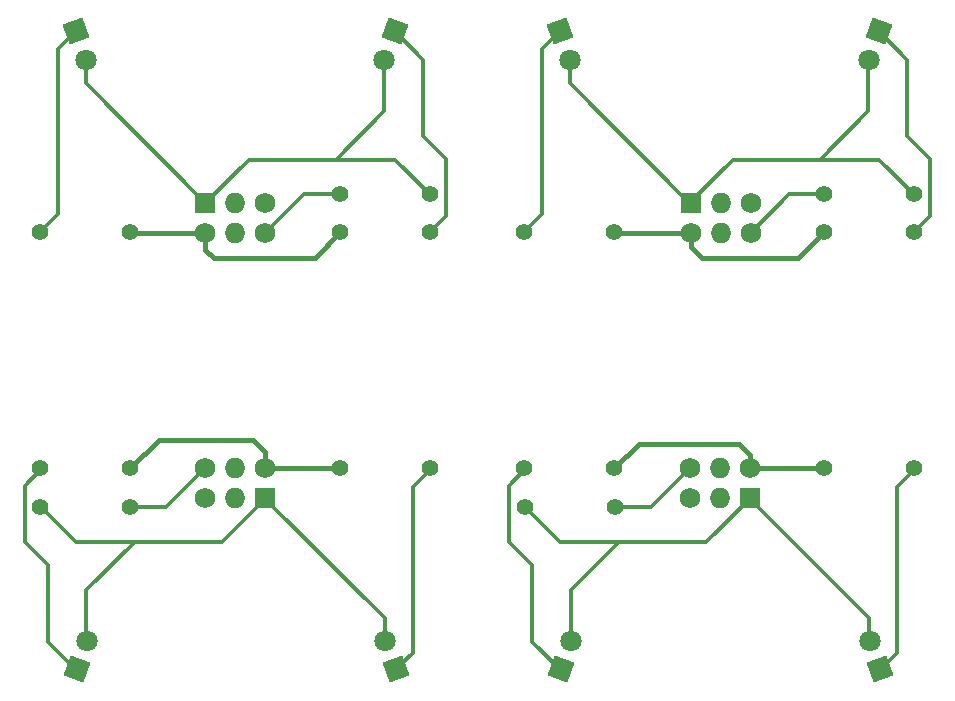
<source format=gbl>
G04 #@! TF.GenerationSoftware,KiCad,Pcbnew,7.0.10*
G04 #@! TF.CreationDate,2024-07-07T16:54:10-05:00*
G04 #@! TF.ProjectId,g0dzilla_vs_sao2,6730647a-696c-46c6-915f-76735f73616f,1*
G04 #@! TF.SameCoordinates,Original*
G04 #@! TF.FileFunction,Copper,L2,Bot*
G04 #@! TF.FilePolarity,Positive*
%FSLAX46Y46*%
G04 Gerber Fmt 4.6, Leading zero omitted, Abs format (unit mm)*
G04 Created by KiCad (PCBNEW 7.0.10) date 2024-07-07 16:54:10*
%MOMM*%
%LPD*%
G01*
G04 APERTURE LIST*
G04 Aperture macros list*
%AMRotRect*
0 Rectangle, with rotation*
0 The origin of the aperture is its center*
0 $1 length*
0 $2 width*
0 $3 Rotation angle, in degrees counterclockwise*
0 Add horizontal line*
21,1,$1,$2,0,0,$3*%
G04 Aperture macros list end*
G04 #@! TA.AperFunction,ComponentPad*
%ADD10RotRect,1.800000X1.800000X290.000000*%
G04 #@! TD*
G04 #@! TA.AperFunction,ComponentPad*
%ADD11C,1.800000*%
G04 #@! TD*
G04 #@! TA.AperFunction,ComponentPad*
%ADD12C,1.400000*%
G04 #@! TD*
G04 #@! TA.AperFunction,ComponentPad*
%ADD13RotRect,1.800000X1.800000X250.000000*%
G04 #@! TD*
G04 #@! TA.AperFunction,ComponentPad*
%ADD14R,1.727200X1.727200*%
G04 #@! TD*
G04 #@! TA.AperFunction,ComponentPad*
%ADD15C,1.727200*%
G04 #@! TD*
G04 #@! TA.AperFunction,ComponentPad*
%ADD16O,1.727200X1.727200*%
G04 #@! TD*
G04 #@! TA.AperFunction,ComponentPad*
%ADD17RotRect,1.800000X1.800000X70.000000*%
G04 #@! TD*
G04 #@! TA.AperFunction,ComponentPad*
%ADD18RotRect,1.800000X1.800000X110.000000*%
G04 #@! TD*
G04 #@! TA.AperFunction,Conductor*
%ADD19C,0.300000*%
G04 #@! TD*
G04 #@! TA.AperFunction,Conductor*
%ADD20C,0.400000*%
G04 #@! TD*
G04 APERTURE END LIST*
D10*
X76000000Y-83000000D03*
D11*
X76868731Y-85386819D03*
D12*
X106000000Y-100000000D03*
X98380000Y-100000000D03*
D13*
X144000000Y-83000000D03*
D11*
X143131269Y-85386819D03*
D14*
X92000000Y-122480000D03*
D15*
X92000000Y-119940000D03*
D16*
X89460000Y-122480000D03*
X89460000Y-119940000D03*
D15*
X86920000Y-122480000D03*
X86920000Y-119940000D03*
D12*
X80610000Y-123250000D03*
X72990000Y-123250000D03*
D14*
X128060000Y-97520000D03*
D15*
X128060000Y-100060000D03*
D16*
X130600000Y-97520000D03*
X130600000Y-100060000D03*
D15*
X133140000Y-97520000D03*
X133140000Y-100060000D03*
D12*
X106000000Y-120000000D03*
X98380000Y-120000000D03*
X147000000Y-100000000D03*
X139380000Y-100000000D03*
X139370000Y-96790000D03*
X146990000Y-96790000D03*
D13*
X103000000Y-83000000D03*
D11*
X102131269Y-85386819D03*
D12*
X121650000Y-123250000D03*
X114030000Y-123250000D03*
D14*
X86990000Y-97520000D03*
D15*
X86990000Y-100060000D03*
D16*
X89530000Y-97520000D03*
X89530000Y-100060000D03*
D15*
X92070000Y-97520000D03*
X92070000Y-100060000D03*
D10*
X117000000Y-83000000D03*
D11*
X117868731Y-85386819D03*
D17*
X117100000Y-137000000D03*
D11*
X117968731Y-134613181D03*
D12*
X114000000Y-100000000D03*
X121620000Y-100000000D03*
D18*
X103100000Y-137000000D03*
D11*
X102231269Y-134613181D03*
D18*
X144100000Y-137000000D03*
D11*
X143231269Y-134613181D03*
D12*
X114000000Y-120000000D03*
X121620000Y-120000000D03*
D14*
X133080000Y-122480000D03*
D15*
X133080000Y-119940000D03*
D16*
X130540000Y-122480000D03*
X130540000Y-119940000D03*
D15*
X128000000Y-122480000D03*
X128000000Y-119940000D03*
D12*
X147000000Y-120000000D03*
X139380000Y-120000000D03*
D17*
X76100000Y-137000000D03*
D11*
X76968731Y-134613181D03*
D12*
X98375000Y-96790000D03*
X105995000Y-96790000D03*
X73000000Y-120000000D03*
X80620000Y-120000000D03*
X73000000Y-100000000D03*
X80620000Y-100000000D03*
D19*
X71670000Y-121445000D02*
X73045000Y-120070000D01*
X73625000Y-134650000D02*
X73625000Y-128200000D01*
X104525000Y-135590000D02*
X104525000Y-121590000D01*
X88385000Y-126220000D02*
X92055000Y-122550000D01*
X76045000Y-137070000D02*
X73625000Y-134650000D01*
X75990000Y-126220000D02*
X73050000Y-123280000D01*
X81025000Y-126220000D02*
X88385000Y-126220000D01*
X76913731Y-134683181D02*
X76913731Y-130331269D01*
X76913731Y-130331269D02*
X81025000Y-126220000D01*
X102176269Y-132671269D02*
X92055000Y-122550000D01*
X104525000Y-121590000D02*
X106045000Y-120070000D01*
X73625000Y-128200000D02*
X71670000Y-126245000D01*
X71670000Y-126245000D02*
X71670000Y-121445000D01*
X103045000Y-137070000D02*
X104525000Y-135590000D01*
X81025000Y-126220000D02*
X75990000Y-126220000D01*
X102176269Y-134683181D02*
X102176269Y-132671269D01*
X145545000Y-135590000D02*
X145545000Y-121590000D01*
X144065000Y-137070000D02*
X145545000Y-135590000D01*
X112690000Y-126245000D02*
X112690000Y-121445000D01*
X112690000Y-121445000D02*
X114065000Y-120070000D01*
X114645000Y-134650000D02*
X114645000Y-128200000D01*
X114645000Y-128200000D02*
X112690000Y-126245000D01*
X129405000Y-126220000D02*
X133075000Y-122550000D01*
X117065000Y-137070000D02*
X114645000Y-134650000D01*
X122045000Y-126220000D02*
X117010000Y-126220000D01*
X117010000Y-126220000D02*
X114070000Y-123280000D01*
X117933731Y-134683181D02*
X117933731Y-130331269D01*
X117933731Y-130331269D02*
X122045000Y-126220000D01*
X143196269Y-132671269D02*
X133075000Y-122550000D01*
X145545000Y-121590000D02*
X147065000Y-120070000D01*
X122045000Y-126220000D02*
X129405000Y-126220000D01*
X143196269Y-134683181D02*
X143196269Y-132671269D01*
X115500000Y-98475000D02*
X113980000Y-99995000D01*
X115500000Y-84475000D02*
X115500000Y-98475000D01*
X116980000Y-82995000D02*
X115500000Y-84475000D01*
X148355000Y-93820000D02*
X148355000Y-98620000D01*
X148355000Y-98620000D02*
X146980000Y-99995000D01*
X146400000Y-85415000D02*
X146400000Y-91865000D01*
X146400000Y-91865000D02*
X148355000Y-93820000D01*
X143980000Y-82995000D02*
X146400000Y-85415000D01*
X139000000Y-93845000D02*
X144035000Y-93845000D01*
X144035000Y-93845000D02*
X146975000Y-96785000D01*
X139000000Y-93845000D02*
X131640000Y-93845000D01*
X131640000Y-93845000D02*
X127970000Y-97515000D01*
X143111269Y-89733731D02*
X139000000Y-93845000D01*
X143111269Y-85381819D02*
X143111269Y-89733731D01*
X117848731Y-87393731D02*
X127970000Y-97515000D01*
X117848731Y-85381819D02*
X117848731Y-87393731D01*
X74520000Y-98480000D02*
X73000000Y-100000000D01*
X76000000Y-83000000D02*
X74520000Y-84480000D01*
X74520000Y-84480000D02*
X74520000Y-98480000D01*
D20*
X87010000Y-100090000D02*
X80630000Y-100090000D01*
D19*
X107375000Y-93825000D02*
X107375000Y-98625000D01*
X107375000Y-98625000D02*
X106000000Y-100000000D01*
X105420000Y-91870000D02*
X107375000Y-93825000D01*
X103000000Y-83000000D02*
X105420000Y-85420000D01*
X105420000Y-85420000D02*
X105420000Y-91870000D01*
X98020000Y-93850000D02*
X103055000Y-93850000D01*
X103055000Y-93850000D02*
X105995000Y-96790000D01*
X98020000Y-93850000D02*
X90660000Y-93850000D01*
X102131269Y-89738731D02*
X98020000Y-93850000D01*
X90660000Y-93850000D02*
X86990000Y-97520000D01*
X102131269Y-85386819D02*
X102131269Y-89738731D01*
X76868731Y-87398731D02*
X86990000Y-97520000D01*
X76868731Y-85386819D02*
X76868731Y-87398731D01*
D20*
X86990000Y-100060000D02*
X86990000Y-101465000D01*
X96230000Y-102150000D02*
X98380000Y-100000000D01*
X86990000Y-101465000D02*
X87675000Y-102150000D01*
X87675000Y-102150000D02*
X96230000Y-102150000D01*
X86930000Y-100000000D02*
X86990000Y-100060000D01*
D19*
X92070000Y-100060000D02*
X95340000Y-96790000D01*
X95340000Y-96790000D02*
X98375000Y-96790000D01*
D20*
X121680000Y-100060000D02*
X121620000Y-100000000D01*
X128060000Y-100060000D02*
X128060000Y-101290000D01*
X128060000Y-100060000D02*
X121680000Y-100060000D01*
X128060000Y-101290000D02*
X128990000Y-102220000D01*
X128990000Y-102220000D02*
X137160000Y-102220000D01*
X137160000Y-102220000D02*
X139380000Y-100000000D01*
D19*
X133140000Y-100060000D02*
X136410000Y-96790000D01*
X136410000Y-96790000D02*
X139370000Y-96790000D01*
D20*
X98320000Y-119940000D02*
X98380000Y-120000000D01*
X90975000Y-117600000D02*
X83020000Y-117600000D01*
X92000000Y-118625000D02*
X90975000Y-117600000D01*
X92000000Y-119940000D02*
X92000000Y-118625000D01*
X83020000Y-117600000D02*
X80620000Y-120000000D01*
X92000000Y-119940000D02*
X98320000Y-119940000D01*
D19*
X83610000Y-123250000D02*
X80610000Y-123250000D01*
X86920000Y-119940000D02*
X83610000Y-123250000D01*
D20*
X123695000Y-117925000D02*
X121620000Y-120000000D01*
X132175000Y-117925000D02*
X123695000Y-117925000D01*
X139380000Y-120000000D02*
X133140000Y-120000000D01*
X133080000Y-119940000D02*
X133080000Y-118830000D01*
X133140000Y-120000000D02*
X133080000Y-119940000D01*
X133080000Y-118830000D02*
X132175000Y-117925000D01*
D19*
X124690000Y-123250000D02*
X121650000Y-123250000D01*
X128000000Y-119940000D02*
X124690000Y-123250000D01*
M02*

</source>
